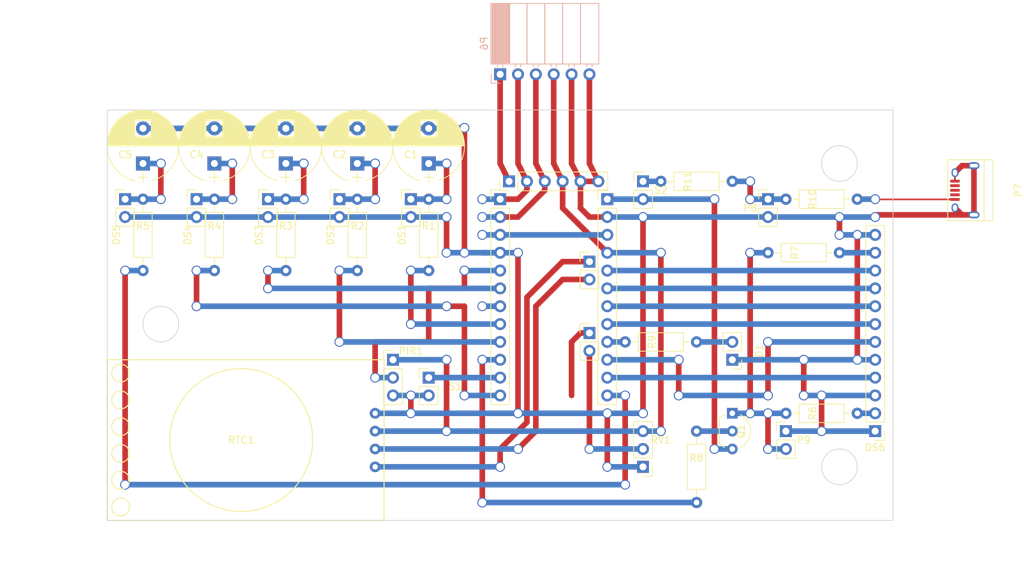
<source format=kicad_pcb>
(kicad_pcb (version 4) (host pcbnew 4.0.7)
  (title_block (title "Voltmeter Clock") (date 2017-03-29) (rev 3) (company "By Megasaturnv") (comment 1 "For Veroboard / Stripboard"))
  (layers (0 F.Cu signal) (31 B.Cu signal) (34 B.Paste user hide) (35 F.Paste user hide) (36 B.SilkS user) (37 F.SilkS user) (38 B.Mask user hide) (39 F.Mask user hide) (44 Edge.Cuts user))
  (net 0 "")
  (net 1 "/1(Tx)")
  (net 2 "/0(Rx)")
  (net 3 /Reset)
  (net 4 GND)
  (net 5 /2)
  (net 6 "/3(**)")
  (net 7 /4)
  (net 8 "/5(**)")
  (net 9 "/6(**)")
  (net 10 /7)
  (net 11 /8)
  (net 12 "/9(**)")
  (net 13 /DTR)
  (net 14 /A5)
  (net 15 /A4)
  (net 16 /RAW)
  (net 17 /A3)
  (net 18 /A2)
  (net 19 /A1)
  (net 20 /A0)
  (net 21 "/13(SCK)")
  (net 22 "/12(MISO)")
  (net 23 "/11(**/MOSI)")
  (net 24 "/10(**/SS)")
  (net 25 /A7)
  (net 26 /A6)
  (net 27 "Net-(C1-Pad1)")
  (net 28 "Net-(C2-Pad1)")
  (net 29 "Net-(C3-Pad1)")
  (net 30 "Net-(C4-Pad1)")
  (net 31 "Net-(C5-Pad1)")
  (net 32 "Net-(D1-Pad2)")
  (net 33 "Net-(DS6-Pad2)")
  (net 34 +3V3)
  (net 35 +5V)
  (net 36 "Net-(P7-Pad2)")
  (net 37 "Net-(P7-Pad3)")
  (net 38 "Net-(P7-Pad4)")
  (net 39 "Net-(Q1-Pad2)")
  (net 40 "Net-(DS6-Pad15)")
  (net 41 "Net-(P9-Pad2)")
  (net 42 /ONOFF_RAW)
  (net 43 "Net-(R11-Pad2)")
  (net 44 "Net-(PIR1-Pad2)")
  (net 45 "Net-(PIR1-Pad3)")
  (module Connectors:USB_Micro-B (layer F.Cu) (at 152.4 41.91 90)
    (fp_text reference P7 (at 0 7.62 90) (layer F.SilkS))
    (fp_text value USB_OTG)
    (pad 1 smd rect (at -1.3 -1.35 180) (size 1.35 0.4) (layers F.Cu F.Paste F.Mask) (net 35 +5V))
    (pad 2 smd rect (at -0.65 -1.35 180) (size 1.35 0.4) (layers F.Cu F.Paste F.Mask) (net 36 "Net-(P7-Pad2)"))
    (pad 3 smd rect (at 0 -1.35 180) (size 1.35 0.4) (layers F.Cu F.Paste F.Mask) (net 37 "Net-(P7-Pad3)"))
    (pad 4 smd rect (at 0.65 -1.35 180) (size 1.35 0.4) (layers F.Cu F.Paste F.Mask) (net 38 "Net-(P7-Pad4)"))
    (pad 5 smd rect (at 1.3 -1.35 180) (size 1.35 0.4) (layers F.Cu F.Paste F.Mask) (net 4 GND))
    (pad 6 thru_hole oval (at -2.5 -1.35 180) (size 0.95 1.25) (drill oval 0.55 0.85) (layers *.Cu *.Mask) (net 4 GND))
    (pad 6 thru_hole oval (at 2.5 -1.35 180) (size 0.95 1.25) (drill oval 0.55 0.85) (layers *.Cu *.Mask) (net 4 GND))
    (pad 6 thru_hole oval (at -3.5 1.35 180) (size 1.55 1) (drill oval 1.15 0.5) (layers *.Cu *.Mask) (net 4 GND))
    (pad 6 thru_hole oval (at 3.5 1.35 180) (size 1.55 1) (drill oval 1.15 0.5) (layers *.Cu *.Mask) (net 4 GND))
  )
  (module TO_SOT_Packages_THT:TO-92_Inline_Wide (layer F.Cu) (at 119.38 73.66 270)
    (fp_text reference Q1 (at 2.54 -1.27 450) (layer F.SilkS))
    (fp_text value Q_PNP_CBE)
    (pad 2 thru_hole circle (at 2.54 0) (size 1.52 1.52) (drill 0.8) (layers *.Cu *.Mask) (net 39 "Net-(Q1-Pad2)"))
    (pad 3 thru_hole circle (at 5.08 0) (size 1.52 1.52) (drill 0.8) (layers *.Cu *.Mask) (net 16 /RAW))
    (pad 1 thru_hole rect (at 0 0) (size 1.52 1.52) (drill 0.8) (layers *.Cu *.Mask) (net 41 "Net-(P9-Pad2)"))
  )
  (module Capacitors_THT:CP_Radial_D10.0mm_P5.00mm (layer F.Cu) (at 76.2 38.1 90)
    (fp_text reference C1 (at 1.27 -2.54 180) (layer F.SilkS))
    (fp_text value 47uF)
    (pad 1 thru_hole rect (at 0 0 90) (size 2 2) (drill 1) (layers *.Cu *.Mask) (net 27 "Net-(C1-Pad1)"))
    (pad 2 thru_hole circle (at 5 0 90) (size 2 2) (drill 1) (layers *.Cu *.Mask) (net 4 GND))
  )
  (module Capacitors_THT:CP_Radial_D10.0mm_P5.00mm (layer F.Cu) (at 66.04 38.1 90)
    (fp_text reference C2 (at 1.27 -2.54 180) (layer F.SilkS))
    (fp_text value 47uF)
    (pad 1 thru_hole rect (at 0 0 90) (size 2 2) (drill 1) (layers *.Cu *.Mask) (net 28 "Net-(C2-Pad1)"))
    (pad 2 thru_hole circle (at 5 0 90) (size 2 2) (drill 1) (layers *.Cu *.Mask) (net 4 GND))
  )
  (module Capacitors_THT:CP_Radial_D10.0mm_P5.00mm (layer F.Cu) (at 55.88 38.1 90)
    (fp_text reference C3 (at 1.27 -2.54 180) (layer F.SilkS))
    (fp_text value 47uF)
    (pad 1 thru_hole rect (at 0 0 90) (size 2 2) (drill 1) (layers *.Cu *.Mask) (net 29 "Net-(C3-Pad1)"))
    (pad 2 thru_hole circle (at 5 0 90) (size 2 2) (drill 1) (layers *.Cu *.Mask) (net 4 GND))
  )
  (module Capacitors_THT:CP_Radial_D10.0mm_P5.00mm (layer F.Cu) (at 45.72 38.1 90)
    (fp_text reference C4 (at 1.27 -2.54 180) (layer F.SilkS))
    (fp_text value 47uF)
    (pad 1 thru_hole rect (at 0 0 90) (size 2 2) (drill 1) (layers *.Cu *.Mask) (net 30 "Net-(C4-Pad1)"))
    (pad 2 thru_hole circle (at 5 0 90) (size 2 2) (drill 1) (layers *.Cu *.Mask) (net 4 GND))
  )
  (module Capacitors_THT:CP_Radial_D10.0mm_P5.00mm (layer F.Cu) (at 35.56 38.1 90)
    (fp_text reference C5 (at 1.27 -2.54 180) (layer F.SilkS))
    (fp_text value 47uF)
    (pad 1 thru_hole rect (at 0 0 90) (size 2 2) (drill 1) (layers *.Cu *.Mask) (net 31 "Net-(C5-Pad1)"))
    (pad 2 thru_hole circle (at 5 0 90) (size 2 2) (drill 1) (layers *.Cu *.Mask) (net 4 GND))
  )
  (module Pin_Headers:Pin_Header_Straight_1x02_Pitch2.54mm (layer F.Cu) (at 119.38 66.04 180)
    (fp_text reference D1 (at -3.81 1.27 270) (layer F.SilkS))
    (fp_text value LED)
    (pad 1 thru_hole rect (at 0 0 180) (size 1.7 1.7) (drill 1) (layers *.Cu *.Mask) (net 4 GND))
    (pad 2 thru_hole oval (at 0 2.54 180) (size 1.7 1.7) (drill 1) (layers *.Cu *.Mask) (net 32 "Net-(D1-Pad2)"))
  )
  (module Pin_Headers:Pin_Header_Straight_1x02_Pitch2.54mm (layer F.Cu) (at 73.66 43.18)
    (fp_text reference DS1 (at -1.27 5.08 90) (layer F.SilkS))
    (fp_text value VU_SECS)
    (pad 1 thru_hole rect (at 0 0) (size 1.7 1.7) (drill 1) (layers *.Cu *.Mask) (net 27 "Net-(C1-Pad1)"))
    (pad 2 thru_hole oval (at 0 2.54) (size 1.7 1.7) (drill 1) (layers *.Cu *.Mask) (net 4 GND))
  )
  (module Pin_Headers:Pin_Header_Straight_1x02_Pitch2.54mm (layer F.Cu) (at 63.5 43.18)
    (fp_text reference DS2 (at -1.27 5.08 90) (layer F.SilkS))
    (fp_text value VU_MINS)
    (pad 1 thru_hole rect (at 0 0) (size 1.7 1.7) (drill 1) (layers *.Cu *.Mask) (net 28 "Net-(C2-Pad1)"))
    (pad 2 thru_hole oval (at 0 2.54) (size 1.7 1.7) (drill 1) (layers *.Cu *.Mask) (net 4 GND))
  )
  (module Pin_Headers:Pin_Header_Straight_1x02_Pitch2.54mm (layer F.Cu) (at 53.34 43.18)
    (fp_text reference DS3 (at -1.27 5.08 90) (layer F.SilkS))
    (fp_text value VU_HOURS)
    (pad 1 thru_hole rect (at 0 0) (size 1.7 1.7) (drill 1) (layers *.Cu *.Mask) (net 29 "Net-(C3-Pad1)"))
    (pad 2 thru_hole oval (at 0 2.54) (size 1.7 1.7) (drill 1) (layers *.Cu *.Mask) (net 4 GND))
  )
  (module Pin_Headers:Pin_Header_Straight_1x02_Pitch2.54mm (layer F.Cu) (at 43.18 43.18)
    (fp_text reference DS4 (at -1.27 5.08 90) (layer F.SilkS))
    (fp_text value VU_DAY)
    (pad 1 thru_hole rect (at 0 0) (size 1.7 1.7) (drill 1) (layers *.Cu *.Mask) (net 30 "Net-(C4-Pad1)"))
    (pad 2 thru_hole oval (at 0 2.54) (size 1.7 1.7) (drill 1) (layers *.Cu *.Mask) (net 4 GND))
  )
  (module Pin_Headers:Pin_Header_Straight_1x02_Pitch2.54mm (layer F.Cu) (at 33.02 43.18)
    (fp_text reference DS5 (at -1.27 5.08 90) (layer F.SilkS))
    (fp_text value VU_MONTH)
    (pad 1 thru_hole rect (at 0 0) (size 1.7 1.7) (drill 1) (layers *.Cu *.Mask) (net 31 "Net-(C5-Pad1)"))
    (pad 2 thru_hole oval (at 0 2.54) (size 1.7 1.7) (drill 1) (layers *.Cu *.Mask) (net 4 GND))
  )
  (module Socket_Strips:Socket_Strip_Straight_1x12_Pitch2.54mm (layer F.Cu) (at 86.36 43.18)
    (fp_text reference P1 hide)
    (fp_text value Digital hide)
    (pad 1 thru_hole rect (at 0 0) (size 1.7 1.7) (drill 1) (layers *.Cu *.Mask) (net 1 "/1(Tx)"))
    (pad 2 thru_hole oval (at 0 2.54) (size 1.7 1.7) (drill 1) (layers *.Cu *.Mask) (net 2 "/0(Rx)"))
    (pad 3 thru_hole oval (at 0 5.08) (size 1.7 1.7) (drill 1) (layers *.Cu *.Mask) (net 3 /Reset))
    (pad 4 thru_hole oval (at 0 7.62) (size 1.7 1.7) (drill 1) (layers *.Cu *.Mask) (net 4 GND))
    (pad 5 thru_hole oval (at 0 10.16) (size 1.7 1.7) (drill 1) (layers *.Cu *.Mask) (net 5 /2))
    (pad 6 thru_hole oval (at 0 12.7) (size 1.7 1.7) (drill 1) (layers *.Cu *.Mask) (net 6 "/3(**)"))
    (pad 7 thru_hole oval (at 0 15.24) (size 1.7 1.7) (drill 1) (layers *.Cu *.Mask) (net 7 /4))
    (pad 8 thru_hole oval (at 0 17.78) (size 1.7 1.7) (drill 1) (layers *.Cu *.Mask) (net 8 "/5(**)"))
    (pad 9 thru_hole oval (at 0 20.32) (size 1.7 1.7) (drill 1) (layers *.Cu *.Mask) (net 9 "/6(**)"))
    (pad 10 thru_hole oval (at 0 22.86) (size 1.7 1.7) (drill 1) (layers *.Cu *.Mask) (net 10 /7))
    (pad 11 thru_hole oval (at 0 25.4) (size 1.7 1.7) (drill 1) (layers *.Cu *.Mask) (net 11 /8))
    (pad 12 thru_hole oval (at 0 27.94) (size 1.7 1.7) (drill 1) (layers *.Cu *.Mask) (net 12 "/9(**)"))
  )
  (module Pin_Headers:Pin_Header_Straight_1x06_Pitch2.54mm (layer F.Cu) (at 87.63 40.64 90)
    (fp_text reference P2 hide)
    (fp_text value COM hide)
    (pad 1 thru_hole rect (at 0 0 90) (size 1.7 1.7) (drill 1) (layers *.Cu *.Mask) (net 13 /DTR))
    (pad 2 thru_hole oval (at 0 2.54 90) (size 1.7 1.7) (drill 1) (layers *.Cu *.Mask) (net 1 "/1(Tx)"))
    (pad 3 thru_hole oval (at 0 5.08 90) (size 1.7 1.7) (drill 1) (layers *.Cu *.Mask) (net 2 "/0(Rx)"))
    (pad 4 thru_hole oval (at 0 7.62 90) (size 1.7 1.7) (drill 1) (layers *.Cu *.Mask) (net 34 +3V3))
    (pad 5 thru_hole oval (at 0 10.16 90) (size 1.7 1.7) (drill 1) (layers *.Cu *.Mask) (net 4 GND))
    (pad 6 thru_hole oval (at 0 12.7 90) (size 1.7 1.7) (drill 1) (layers *.Cu *.Mask) (net 4 GND))
  )
  (module Pin_Headers:Pin_Header_Straight_1x02_Pitch2.54mm (layer F.Cu) (at 99.06 52.07)
    (fp_text reference P3 hide)
    (fp_text value ADC hide)
    (pad 1 thru_hole rect (at 0 0) (size 1.7 1.7) (drill 1) (layers *.Cu *.Mask) (net 14 /A5))
    (pad 2 thru_hole oval (at 0 2.54) (size 1.7 1.7) (drill 1) (layers *.Cu *.Mask) (net 15 /A4))
  )
  (module Socket_Strips:Socket_Strip_Straight_1x12_Pitch2.54mm (layer F.Cu) (at 101.6 43.18)
    (fp_text reference P4 hide)
    (fp_text value Analog hide)
    (pad 1 thru_hole rect (at 0 0) (size 1.7 1.7) (drill 1) (layers *.Cu *.Mask) (net 16 /RAW))
    (pad 2 thru_hole oval (at 0 2.54) (size 1.7 1.7) (drill 1) (layers *.Cu *.Mask) (net 4 GND))
    (pad 3 thru_hole oval (at 0 5.08) (size 1.7 1.7) (drill 1) (layers *.Cu *.Mask) (net 3 /Reset))
    (pad 4 thru_hole oval (at 0 7.62) (size 1.7 1.7) (drill 1) (layers *.Cu *.Mask) (net 34 +3V3))
    (pad 5 thru_hole oval (at 0 10.16) (size 1.7 1.7) (drill 1) (layers *.Cu *.Mask) (net 17 /A3))
    (pad 6 thru_hole oval (at 0 12.7) (size 1.7 1.7) (drill 1) (layers *.Cu *.Mask) (net 18 /A2))
    (pad 7 thru_hole oval (at 0 15.24) (size 1.7 1.7) (drill 1) (layers *.Cu *.Mask) (net 19 /A1))
    (pad 8 thru_hole oval (at 0 17.78) (size 1.7 1.7) (drill 1) (layers *.Cu *.Mask) (net 20 /A0))
    (pad 9 thru_hole oval (at 0 20.32) (size 1.7 1.7) (drill 1) (layers *.Cu *.Mask) (net 21 "/13(SCK)"))
    (pad 10 thru_hole oval (at 0 22.86) (size 1.7 1.7) (drill 1) (layers *.Cu *.Mask) (net 22 "/12(MISO)"))
    (pad 11 thru_hole oval (at 0 25.4) (size 1.7 1.7) (drill 1) (layers *.Cu *.Mask) (net 23 "/11(**/MOSI)"))
    (pad 12 thru_hole oval (at 0 27.94) (size 1.7 1.7) (drill 1) (layers *.Cu *.Mask) (net 24 "/10(**/SS)"))
  )
  (module Pin_Headers:Pin_Header_Straight_1x02_Pitch2.54mm (layer F.Cu) (at 99.06 62.23)
    (fp_text reference P5 hide)
    (fp_text value ADC hide)
    (pad 1 thru_hole rect (at 0 0) (size 1.7 1.7) (drill 1) (layers *.Cu *.Mask) (net 25 /A7))
    (pad 2 thru_hole oval (at 0 2.54) (size 1.7 1.7) (drill 1) (layers *.Cu *.Mask) (net 26 /A6))
  )
  (module Socket_Strips:Socket_Strip_Angled_1x06_Pitch2.54mm (layer B.Cu) (at 86.36 25.4 270)
    (fp_text reference P6 (at -4.38 2.27 270) (layer B.SilkS) (effects (justify mirror)))
    (fp_text value Serial_Conn)
    (pad 1 thru_hole rect (at 0 0 270) (size 1.7 1.7) (drill 1) (layers *.Cu *.Mask) (net 13 /DTR))
    (pad 2 thru_hole oval (at 0 -2.54 270) (size 1.7 1.7) (drill 1) (layers *.Cu *.Mask) (net 1 "/1(Tx)"))
    (pad 3 thru_hole oval (at 0 -5.08 270) (size 1.7 1.7) (drill 1) (layers *.Cu *.Mask) (net 2 "/0(Rx)"))
    (pad 4 thru_hole oval (at 0 -7.62 270) (size 1.7 1.7) (drill 1) (layers *.Cu *.Mask) (net 34 +3V3))
    (pad 5 thru_hole oval (at 0 -10.16 270) (size 1.7 1.7) (drill 1) (layers *.Cu *.Mask) (net 4 GND))
    (pad 6 thru_hole oval (at 0 -12.7 270) (size 1.7 1.7) (drill 1) (layers *.Cu *.Mask) (net 4 GND))
  )
  (module Pin_Headers:Pin_Header_Straight_1x02_Pitch2.54mm (layer F.Cu) (at 124.46 43.18)
    (fp_text reference P8 (at -2.54 1.27) (layer F.SilkS))
    (fp_text value Battery_Conn)
    (pad 1 thru_hole rect (at 0 0) (size 1.7 1.7) (drill 1) (layers *.Cu *.Mask) (net 42 /ONOFF_RAW))
    (pad 2 thru_hole oval (at 0 2.54) (size 1.7 1.7) (drill 1) (layers *.Cu *.Mask) (net 4 GND))
  )
  (module Pin_Headers:Pin_Header_Straight_1x02_Pitch2.54mm (layer F.Cu) (at 127 76.2)
    (fp_text reference P9 (at 2.54 1.27) (layer F.SilkS))
    (fp_text value Backlight_Conn)
    (pad 1 thru_hole rect (at 0 0) (size 1.7 1.7) (drill 1) (layers *.Cu *.Mask) (net 4 GND))
    (pad 2 thru_hole oval (at 0 2.54) (size 1.7 1.7) (drill 1) (layers *.Cu *.Mask) (net 41 "Net-(P9-Pad2)"))
  )
  (module Pin_Headers:Pin_Header_Straight_1x03_Pitch2.54mm (layer F.Cu) (at 71.12 66.04)
    (fp_text reference PIR1 (at 2.54 -1.27 180) (layer F.SilkS))
    (fp_text value PIR_SENSOR)
    (pad 1 thru_hole rect (at 0 0) (size 1.7 1.7) (drill 1) (layers *.Cu *.Mask) (net 4 GND))
    (pad 2 thru_hole oval (at 0 2.54) (size 1.7 1.7) (drill 1) (layers *.Cu *.Mask) (net 44 "Net-(PIR1-Pad2)"))
    (pad 3 thru_hole oval (at 0 5.08) (size 1.7 1.7) (drill 1) (layers *.Cu *.Mask) (net 45 "Net-(PIR1-Pad3)"))
  )
  (module Resistors_THT:R_Axial_DIN0207_L6.3mm_D2.5mm_P10.16mm_Horizontal (layer F.Cu) (at 76.2 53.34 90)
    (fp_text reference R1 (at 6.35 0 180) (layer F.SilkS))
    (fp_text value 470R)
    (pad 1 thru_hole circle (at 0 0 90) (size 1.6 1.6) (drill 0.8) (layers *.Cu *.Mask) (net 8 "/5(**)"))
    (pad 2 thru_hole oval (at 10.16 0 90) (size 1.6 1.6) (drill 0.8) (layers *.Cu *.Mask) (net 27 "Net-(C1-Pad1)"))
  )
  (module Resistors_THT:R_Axial_DIN0207_L6.3mm_D2.5mm_P10.16mm_Horizontal (layer F.Cu) (at 66.04 53.34 90)
    (fp_text reference R2 (at 6.35 0 180) (layer F.SilkS))
    (fp_text value 470R)
    (pad 1 thru_hole circle (at 0 0 90) (size 1.6 1.6) (drill 0.8) (layers *.Cu *.Mask) (net 9 "/6(**)"))
    (pad 2 thru_hole oval (at 10.16 0 90) (size 1.6 1.6) (drill 0.8) (layers *.Cu *.Mask) (net 28 "Net-(C2-Pad1)"))
  )
  (module Resistors_THT:R_Axial_DIN0207_L6.3mm_D2.5mm_P10.16mm_Horizontal (layer F.Cu) (at 55.88 53.34 90)
    (fp_text reference R3 (at 6.35 0 180) (layer F.SilkS))
    (fp_text value 470R)
    (pad 1 thru_hole circle (at 0 0 90) (size 1.6 1.6) (drill 0.8) (layers *.Cu *.Mask) (net 6 "/3(**)"))
    (pad 2 thru_hole oval (at 10.16 0 90) (size 1.6 1.6) (drill 0.8) (layers *.Cu *.Mask) (net 29 "Net-(C3-Pad1)"))
  )
  (module Resistors_THT:R_Axial_DIN0207_L6.3mm_D2.5mm_P10.16mm_Horizontal (layer F.Cu) (at 45.72 53.34 90)
    (fp_text reference R4 (at 6.35 0 180) (layer F.SilkS))
    (fp_text value 470R)
    (pad 1 thru_hole circle (at 0 0 90) (size 1.6 1.6) (drill 0.8) (layers *.Cu *.Mask) (net 12 "/9(**)"))
    (pad 2 thru_hole oval (at 10.16 0 90) (size 1.6 1.6) (drill 0.8) (layers *.Cu *.Mask) (net 30 "Net-(C4-Pad1)"))
  )
  (module Resistors_THT:R_Axial_DIN0207_L6.3mm_D2.5mm_P10.16mm_Horizontal (layer F.Cu) (at 35.56 53.34 90)
    (fp_text reference R5 (at 6.35 0 180) (layer F.SilkS))
    (fp_text value 470R)
    (pad 1 thru_hole circle (at 0 0 90) (size 1.6 1.6) (drill 0.8) (layers *.Cu *.Mask) (net 24 "/10(**/SS)"))
    (pad 2 thru_hole oval (at 10.16 0 90) (size 1.6 1.6) (drill 0.8) (layers *.Cu *.Mask) (net 31 "Net-(C5-Pad1)"))
  )
  (module Resistors_THT:R_Axial_DIN0207_L6.3mm_D2.5mm_P10.16mm_Horizontal (layer F.Cu) (at 127 73.66)
    (fp_text reference R6 (at 3.81 0 90) (layer F.SilkS))
    (fp_text value 300R)
    (pad 1 thru_hole circle (at 0 0) (size 1.6 1.6) (drill 0.8) (layers *.Cu *.Mask) (net 41 "Net-(P9-Pad2)"))
    (pad 2 thru_hole oval (at 10.16 0) (size 1.6 1.6) (drill 0.8) (layers *.Cu *.Mask) (net 33 "Net-(DS6-Pad2)"))
  )
  (module Resistors_THT:R_Axial_DIN0207_L6.3mm_D2.5mm_P10.16mm_Horizontal (layer F.Cu) (at 124.46 50.8)
    (fp_text reference R7 (at 3.81 0 90) (layer F.SilkS))
    (fp_text value 1000R)
    (pad 1 thru_hole circle (at 0 0) (size 1.6 1.6) (drill 0.8) (layers *.Cu *.Mask) (net 41 "Net-(P9-Pad2)"))
    (pad 2 thru_hole oval (at 10.16 0) (size 1.6 1.6) (drill 0.8) (layers *.Cu *.Mask) (net 40 "Net-(DS6-Pad15)"))
  )
  (module Resistors_THT:R_Axial_DIN0207_L6.3mm_D2.5mm_P10.16mm_Horizontal (layer F.Cu) (at 114.3 86.36 90)
    (fp_text reference R8 (at 6.35 0 180) (layer F.SilkS))
    (fp_text value 10000R)
    (pad 1 thru_hole circle (at 0 0 90) (size 1.6 1.6) (drill 0.8) (layers *.Cu *.Mask) (net 10 /7))
    (pad 2 thru_hole oval (at 10.16 0 90) (size 1.6 1.6) (drill 0.8) (layers *.Cu *.Mask) (net 39 "Net-(Q1-Pad2)"))
  )
  (module Resistors_THT:R_Axial_DIN0207_L6.3mm_D2.5mm_P10.16mm_Horizontal (layer F.Cu) (at 114.3 63.5 180)
    (fp_text reference R9 (at 6.35 0 270) (layer F.SilkS))
    (fp_text value 1000R)
    (pad 1 thru_hole circle (at 0 0 180) (size 1.6 1.6) (drill 0.8) (layers *.Cu *.Mask) (net 32 "Net-(D1-Pad2)"))
    (pad 2 thru_hole oval (at 10.16 0 180) (size 1.6 1.6) (drill 0.8) (layers *.Cu *.Mask) (net 21 "/13(SCK)"))
  )
  (module Resistors_THT:R_Axial_DIN0207_L6.3mm_D2.5mm_P10.16mm_Horizontal (layer F.Cu) (at 137.16 43.18 180)
    (fp_text reference R10 (at 6.35 0 270) (layer F.SilkS))
    (fp_text value 56R)
    (pad 1 thru_hole circle (at 0 0 180) (size 1.6 1.6) (drill 0.8) (layers *.Cu *.Mask) (net 35 +5V))
    (pad 2 thru_hole oval (at 10.16 0 180) (size 1.6 1.6) (drill 0.8) (layers *.Cu *.Mask) (net 42 /ONOFF_RAW))
  )
  (module Pin_Headers:Pin_Header_Straight_1x03_Pitch2.54mm (layer F.Cu) (at 106.68 81.28 180)
    (fp_text reference RV1 (at -2.54 3.81 180) (layer F.SilkS))
    (fp_text value POT100kR)
    (pad 1 thru_hole rect (at 0 0 180) (size 1.7 1.7) (drill 1) (layers *.Cu *.Mask) (net 4 GND))
    (pad 2 thru_hole oval (at 0 2.54 180) (size 1.7 1.7) (drill 1) (layers *.Cu *.Mask) (net 26 /A6))
    (pad 3 thru_hole oval (at 0 5.08 180) (size 1.7 1.7) (drill 1) (layers *.Cu *.Mask) (net 34 +3V3))
  )
  (module Pin_Headers:Pin_Header_Straight_1x02_Pitch2.54mm (layer F.Cu) (at 76.2 68.58)
    (fp_text reference S1 (at 3.81 1.27) (layer F.SilkS))
    (fp_text value PUSH_BUTTON)
    (pad 1 thru_hole rect (at 0 0) (size 1.7 1.7) (drill 1) (layers *.Cu *.Mask) (net 11 /8))
    (pad 2 thru_hole oval (at 0 2.54) (size 1.7 1.7) (drill 1) (layers *.Cu *.Mask) (net 4 GND))
  )
  (module Pin_Headers:Pin_Header_Straight_1x02_Pitch2.54mm (layer F.Cu) (at 106.68 40.64)
    (fp_text reference S2 (at 2.54 1.27) (layer F.SilkS))
    (fp_text value ON/OFF_SWITCH)
    (pad 1 thru_hole rect (at 0 0) (size 1.7 1.7) (drill 1) (layers *.Cu *.Mask) (net 43 "Net-(R11-Pad2)"))
    (pad 2 thru_hole oval (at 0 2.54) (size 1.7 1.7) (drill 1) (layers *.Cu *.Mask) (net 16 /RAW))
  )
  (module Pin_Headers:Pin_Header_Straight_1x12_Pitch2.54mm (layer F.Cu) (at 139.7 76.2 180)
    (fp_text reference DS6 (at 0 -2.33 180) (layer F.SilkS))
    (fp_text value 2004_LCD_DISPLAY)
    (pad 1 thru_hole rect (at 0 0 180) (size 1.7 1.7) (drill 1) (layers *.Cu *.Mask) (net 4 GND))
    (pad 2 thru_hole oval (at 0 2.54 180) (size 1.7 1.7) (drill 1) (layers *.Cu *.Mask) (net 33 "Net-(DS6-Pad2)"))
    (pad 3 thru_hole oval (at 0 5.08 180) (size 1.7 1.7) (drill 1) (layers *.Cu *.Mask) (net 4 GND))
    (pad 4 thru_hole oval (at 0 7.62 180) (size 1.7 1.7) (drill 1) (layers *.Cu *.Mask) (net 23 "/11(**/MOSI)"))
    (pad 5 thru_hole oval (at 0 10.16 180) (size 1.7 1.7) (drill 1) (layers *.Cu *.Mask) (net 4 GND))
    (pad 6 thru_hole oval (at 0 12.7 180) (size 1.7 1.7) (drill 1) (layers *.Cu *.Mask) (net 22 "/12(MISO)"))
    (pad 11 thru_hole oval (at 0 15.24 180) (size 1.7 1.7) (drill 1) (layers *.Cu *.Mask) (net 20 /A0))
    (pad 12 thru_hole oval (at 0 17.78 180) (size 1.7 1.7) (drill 1) (layers *.Cu *.Mask) (net 19 /A1))
    (pad 13 thru_hole oval (at 0 20.32 180) (size 1.7 1.7) (drill 1) (layers *.Cu *.Mask) (net 18 /A2))
    (pad 14 thru_hole oval (at 0 22.86 180) (size 1.7 1.7) (drill 1) (layers *.Cu *.Mask) (net 17 /A3))
    (pad 15 thru_hole oval (at 0 25.4 180) (size 1.7 1.7) (drill 1) (layers *.Cu *.Mask) (net 40 "Net-(DS6-Pad15)"))
    (pad 16 thru_hole oval (at 0 27.94 180) (size 1.7 1.7) (drill 1) (layers *.Cu *.Mask) (net 4 GND))
  )
  (module VoltmeterDisplayFootprintLibrary:RTC_DS3231 (layer F.Cu) (at 30.48 66.04)
    (fp_text reference RTC1 (at 19.05 11.43) (layer F.SilkS))
    (fp_text value RTC_DS3231)
    (pad 1 thru_hole circle (at 38.1 7.62) (size 1.524 1.524) (drill 0.762) (layers *.Cu *.Mask) (net 4 GND))
    (pad 2 thru_hole circle (at 38.1 10.16) (size 1.524 1.524) (drill 0.762) (layers *.Cu *.Mask) (net 34 +3V3))
    (pad 3 thru_hole circle (at 38.1 12.7) (size 1.524 1.524) (drill 0.762) (layers *.Cu *.Mask) (net 15 /A4))
    (pad 4 thru_hole circle (at 38.1 15.24) (size 1.524 1.524) (drill 0.762) (layers *.Cu *.Mask) (net 14 /A5))
  )
  (module Resistors_THT:R_Axial_DIN0207_L6.3mm_D2.5mm_P10.16mm_Horizontal (layer F.Cu) (at 119.38 40.64 180)
    (fp_text reference R11 (at 6.35 0 270) (layer F.SilkS))
    (fp_text value 56R)
    (pad 1 thru_hole circle (at 0 0 180) (size 1.6 1.6) (drill 0.8) (layers *.Cu *.Mask) (net 42 /ONOFF_RAW))
    (pad 2 thru_hole oval (at 10.16 0 180) (size 1.6 1.6) (drill 0.8) (layers *.Cu *.Mask) (net 43 "Net-(R11-Pad2)"))
  )
  (gr_line (start 142.24 30.48) (end 30.48 30.48) (angle 90) (layer Edge.Cuts) (width 0.1))
  (gr_line (start 30.48 88.9) (end 142.24 88.9) (angle 90) (layer Edge.Cuts) (width 0.1))
  (gr_line (start 142.24 30.48) (end 142.24 88.9) (angle 90) (layer Edge.Cuts) (width 0.1))
  (gr_line (start 30.48 88.9) (end 30.48 30.48) (angle 90) (layer Edge.Cuts) (width 0.1))
  (gr_circle (center 134.62 81.28) (end 134.62 83.82) (layer Edge.Cuts) (width 0.1))
  (gr_circle (center 134.62 38.1) (end 134.62 35.56) (layer Edge.Cuts) (width 0.1))
  (gr_circle (center 38.1 60.96) (end 38.1 63.5) (layer Edge.Cuts) (width 0.1))
  (segment (start 90.17 40.64) (end 88.9 38.1) (width 0.8) (layer F.Cu) (net 1))
  (segment (start 88.9 38.1) (end 88.9 25.4) (width 0.8) (layer F.Cu) (net 1))
  (segment (start 90.17 40.64) (end 90.17 41.91) (width 0.8) (layer F.Cu) (net 1))
  (segment (start 86.36 43.18) (end 83.82 43.18) (width 0.8) (layer B.Cu) (net 1))
  (via (at 83.82 43.18) (size 1.4) (drill 1.1) (layers F.Cu B.Cu) (net 1))
  (segment (start 90.17 41.91) (end 88.9 43.18) (width 0.8) (layer F.Cu) (net 1))
  (segment (start 88.9 43.18) (end 86.36 43.18) (width 0.8) (layer F.Cu) (net 1))
  (segment (start 86.36 45.72) (end 83.82 45.72) (width 0.8) (layer B.Cu) (net 2))
  (via (at 83.82 45.72) (size 1.4) (drill 1.1) (layers F.Cu B.Cu) (net 2))
  (segment (start 92.71 40.64) (end 91.44 38.1) (width 0.8) (layer F.Cu) (net 2))
  (segment (start 91.44 38.1) (end 91.44 25.4) (width 0.8) (layer F.Cu) (net 2))
  (segment (start 92.71 40.64) (end 92.71 41.91) (width 0.8) (layer F.Cu) (net 2))
  (segment (start 92.71 41.91) (end 88.9 45.72) (width 0.8) (layer F.Cu) (net 2))
  (segment (start 88.9 45.72) (end 86.36 45.72) (width 0.8) (layer F.Cu) (net 2))
  (segment (start 101.6 48.26) (end 86.36 48.26) (width 0.8) (layer B.Cu) (net 3))
  (segment (start 86.36 48.26) (end 83.82 48.26) (width 0.8) (layer B.Cu) (net 3))
  (via (at 83.82 48.26) (size 1.4) (drill 1.1) (layers F.Cu B.Cu) (net 3))
  (segment (start 73.66 71.12) (end 76.2 71.12) (width 0.8) (layer B.Cu) (net 4))
  (via (at 73.66 73.66) (size 1.4) (drill 1.1) (layers F.Cu B.Cu) (net 4))
  (segment (start 73.66 71.12) (end 73.66 73.66) (width 0.8) (layer F.Cu) (net 4))
  (via (at 73.66 71.12) (size 1.4) (drill 1.1) (layers F.Cu B.Cu) (net 4))
  (segment (start 73.66 73.66) (end 68.58 73.66) (width 0.8) (layer B.Cu) (net 4))
  (segment (start 106.68 45.72) (end 124.46 45.72) (width 0.8) (layer B.Cu) (net 4))
  (segment (start 124.46 45.72) (end 134.62 45.72) (width 0.8) (layer B.Cu) (net 4))
  (segment (start 100.33 40.64) (end 99.06 38.1) (width 0.8) (layer F.Cu) (net 4))
  (segment (start 99.06 38.1) (end 99.06 25.4) (width 0.8) (layer F.Cu) (net 4))
  (segment (start 97.79 40.64) (end 96.52 38.1) (width 0.8) (layer F.Cu) (net 4))
  (segment (start 96.52 38.1) (end 96.52 25.4) (width 0.8) (layer F.Cu) (net 4))
  (segment (start 97.79 40.64) (end 100.33 40.64) (width 0.8) (layer F.Cu) (net 4))
  (segment (start 101.6 45.72) (end 99.06 45.72) (width 0.8) (layer F.Cu) (net 4))
  (segment (start 99.06 45.72) (end 97.79 44.45) (width 0.8) (layer F.Cu) (net 4))
  (segment (start 97.79 44.45) (end 97.79 40.64) (width 0.8) (layer F.Cu) (net 4))
  (segment (start 101.6 73.66) (end 88.9 73.66) (width 0.8) (layer B.Cu) (net 4))
  (segment (start 73.66 73.66) (end 88.9 73.66) (width 0.8) (layer B.Cu) (net 4))
  (segment (start 88.9 50.8) (end 86.36 50.8) (width 0.8) (layer B.Cu) (net 4))
  (via (at 88.9 73.66) (size 1.4) (drill 1.1) (layers F.Cu B.Cu) (net 4))
  (segment (start 88.9 73.66) (end 88.9 50.8) (width 0.8) (layer F.Cu) (net 4))
  (via (at 88.9 50.8) (size 1.4) (drill 1.1) (layers F.Cu B.Cu) (net 4))
  (segment (start 81.28 50.8) (end 86.36 50.8) (width 0.8) (layer B.Cu) (net 4))
  (segment (start 78.74 50.8) (end 81.28 50.8) (width 0.8) (layer B.Cu) (net 4))
  (segment (start 81.28 33.02) (end 76.2 33.1) (width 0.8) (layer B.Cu) (net 4))
  (via (at 81.28 50.8) (size 1.4) (drill 1.1) (layers F.Cu B.Cu) (net 4))
  (segment (start 81.28 33.02) (end 81.28 50.8) (width 0.8) (layer F.Cu) (net 4))
  (via (at 81.28 33.02) (size 1.4) (drill 1.1) (layers F.Cu B.Cu) (net 4))
  (segment (start 81.2 33.1) (end 81.28 33.02) (width 0.8) (layer B.Cu) (net 4))
  (segment (start 73.66 45.72) (end 78.74 45.72) (width 0.8) (layer B.Cu) (net 4))
  (segment (start 127 76.2) (end 132.08 76.2) (width 0.8) (layer B.Cu) (net 4))
  (segment (start 134.62 45.72) (end 139.7 45.72) (width 0.8) (layer B.Cu) (net 4))
  (segment (start 140.01 45.41) (end 152.05 45.41) (width 0.8) (layer F.Cu) (net 4))
  (segment (start 139.7 45.72) (end 140.01 45.41) (width 0.8) (layer F.Cu) (net 4))
  (via (at 139.7 45.72) (size 1.4) (drill 1.1) (layers F.Cu B.Cu) (net 4))
  (segment (start 151.05 39.41) (end 151.05 40.61) (width 0.25) (layer F.Cu) (net 4))
  (segment (start 153.75 45.41) (end 152.05 45.41) (width 0.8) (layer F.Cu) (net 4))
  (segment (start 152.05 45.41) (end 151.05 44.41) (width 0.8) (layer F.Cu) (net 4))
  (segment (start 153.75 38.41) (end 152.05 38.41) (width 0.8) (layer F.Cu) (net 4))
  (segment (start 152.05 38.41) (end 151.05 39.41) (width 0.8) (layer F.Cu) (net 4))
  (via (at 78.74 50.8) (size 1.4) (drill 1.1) (layers F.Cu B.Cu) (net 4))
  (via (at 78.74 45.72) (size 1.4) (drill 1.1) (layers F.Cu B.Cu) (net 4))
  (segment (start 78.74 45.72) (end 78.74 50.8) (width 0.8) (layer F.Cu) (net 4))
  (segment (start 153.75 45.41) (end 153.75 38.41) (width 0.8) (layer F.Cu) (net 4))
  (segment (start 76.2 33.1) (end 66.04 33.1) (width 0.8) (layer B.Cu) (net 4))
  (segment (start 63.5 45.72) (end 73.66 45.72) (width 0.8) (layer B.Cu) (net 4))
  (via (at 134.62 45.72) (size 1.4) (drill 1.1) (layers F.Cu B.Cu) (net 4))
  (segment (start 134.62 45.72) (end 134.62 48.26) (width 0.8) (layer F.Cu) (net 4))
  (segment (start 101.6 45.72) (end 104.14 45.72) (width 0.8) (layer B.Cu) (net 4))
  (segment (start 104.14 45.72) (end 106.68 45.72) (width 0.8) (layer B.Cu) (net 4))
  (via (at 106.68 45.72) (size 1.4) (drill 1.1) (layers F.Cu B.Cu) (net 4))
  (segment (start 106.68 45.72) (end 106.68 73.66) (width 0.8) (layer F.Cu) (net 4))
  (segment (start 106.68 73.66) (end 101.6 73.66) (width 0.8) (layer B.Cu) (net 4))
  (via (at 106.68 73.66) (size 1.4) (drill 1.1) (layers F.Cu B.Cu) (net 4))
  (segment (start 119.38 66.04) (end 129.54 66.04) (width 0.8) (layer B.Cu) (net 4))
  (segment (start 101.6 81.28) (end 106.68 81.28) (width 0.8) (layer B.Cu) (net 4))
  (via (at 101.6 73.66) (size 1.4) (drill 1.1) (layers F.Cu B.Cu) (net 4))
  (segment (start 101.6 73.66) (end 101.6 81.28) (width 0.8) (layer F.Cu) (net 4))
  (via (at 101.6 81.28) (size 1.4) (drill 1.1) (layers F.Cu B.Cu) (net 4))
  (segment (start 86.36 50.8) (end 83.82 50.8) (width 0.8) (layer B.Cu) (net 4))
  (segment (start 33.02 45.72) (end 43.18 45.72) (width 0.8) (layer B.Cu) (net 4))
  (segment (start 43.18 45.72) (end 53.34 45.72) (width 0.8) (layer B.Cu) (net 4))
  (segment (start 53.34 45.72) (end 63.5 45.72) (width 0.8) (layer B.Cu) (net 4))
  (segment (start 35.56 33.1) (end 45.72 33.1) (width 0.8) (layer B.Cu) (net 4))
  (segment (start 45.72 33.1) (end 55.88 33.1) (width 0.8) (layer B.Cu) (net 4))
  (segment (start 55.88 33.1) (end 66.04 33.1) (width 0.8) (layer B.Cu) (net 4))
  (segment (start 129.54 66.04) (end 137.16 66.04) (width 0.8) (layer B.Cu) (net 4))
  (via (at 129.54 66.04) (size 1.4) (drill 1.1) (layers F.Cu B.Cu) (net 4))
  (via (at 129.54 71.12) (size 1.4) (drill 1.1) (layers F.Cu B.Cu) (net 4))
  (segment (start 129.54 71.12) (end 129.54 66.04) (width 0.8) (layer F.Cu) (net 4))
  (via (at 132.08 71.12) (size 1.4) (drill 1.1) (layers F.Cu B.Cu) (net 4))
  (segment (start 132.08 71.12) (end 129.54 71.12) (width 0.8) (layer B.Cu) (net 4))
  (segment (start 134.62 48.26) (end 137.16 48.26) (width 0.8) (layer B.Cu) (net 4))
  (via (at 134.62 48.26) (size 1.4) (drill 1.1) (layers F.Cu B.Cu) (net 4))
  (via (at 137.16 48.26) (size 1.4) (drill 1.1) (layers F.Cu B.Cu) (net 4))
  (segment (start 139.7 76.2) (end 132.08 76.2) (width 0.8) (layer B.Cu) (net 4))
  (segment (start 132.08 76.2) (end 132.08 71.12) (width 0.8) (layer F.Cu) (net 4))
  (via (at 132.08 76.2) (size 1.4) (drill 1.1) (layers F.Cu B.Cu) (net 4))
  (segment (start 137.16 48.26) (end 139.7 48.26) (width 0.8) (layer B.Cu) (net 4))
  (segment (start 139.7 66.04) (end 137.16 66.04) (width 0.8) (layer B.Cu) (net 4))
  (via (at 137.16 66.04) (size 1.4) (drill 1.1) (layers F.Cu B.Cu) (net 4))
  (segment (start 137.16 66.04) (end 137.16 48.26) (width 0.8) (layer F.Cu) (net 4))
  (segment (start 132.08 71.12) (end 139.7 71.12) (width 0.8) (layer B.Cu) (net 4))
  (segment (start 71.12 66.04) (end 78.74 66.04) (width 0.8) (layer B.Cu) (net 4))
  (via (at 78.74 66.04) (size 1.4) (drill 1.1) (layers F.Cu B.Cu) (net 4))
  (segment (start 78.74 66.04) (end 78.74 76.2) (width 0.8) (layer F.Cu) (net 4))
  (via (at 78.74 76.2) (size 1.4) (drill 1.1) (layers F.Cu B.Cu) (net 4))
  (segment (start 86.36 53.34) (end 81.28 53.34) (width 0.8) (layer B.Cu) (net 5))
  (via (at 81.28 53.34) (size 1.4) (drill 1.1) (layers F.Cu B.Cu) (net 5))
  (segment (start 86.36 55.88) (end 53.34 55.88) (width 0.8) (layer B.Cu) (net 6))
  (segment (start 53.34 53.34) (end 55.88 53.34) (width 0.8) (layer B.Cu) (net 6))
  (via (at 53.34 53.34) (size 1.4) (drill 1.1) (layers F.Cu B.Cu) (net 6))
  (segment (start 53.34 55.88) (end 53.34 53.34) (width 0.8) (layer F.Cu) (net 6))
  (via (at 53.34 55.88) (size 1.4) (drill 1.1) (layers F.Cu B.Cu) (net 6))
  (segment (start 86.36 58.42) (end 83.82 58.42) (width 0.8) (layer B.Cu) (net 7))
  (via (at 83.82 58.42) (size 1.4) (drill 1.1) (layers F.Cu B.Cu) (net 7))
  (segment (start 86.36 60.96) (end 73.66 60.96) (width 0.8) (layer B.Cu) (net 8))
  (via (at 73.66 60.96) (size 1.4) (drill 1.1) (layers F.Cu B.Cu) (net 8))
  (segment (start 73.66 60.96) (end 73.66 53.34) (width 0.8) (layer F.Cu) (net 8))
  (via (at 73.66 53.34) (size 1.4) (drill 1.1) (layers F.Cu B.Cu) (net 8))
  (segment (start 73.66 53.34) (end 76.2 53.34) (width 0.8) (layer B.Cu) (net 8))
  (segment (start 66.04 53.34) (end 63.5 53.34) (width 0.8) (layer B.Cu) (net 9))
  (segment (start 63.5 63.5) (end 86.36 63.5) (width 0.8) (layer B.Cu) (net 9))
  (via (at 63.5 63.5) (size 1.4) (drill 1.1) (layers F.Cu B.Cu) (net 9))
  (segment (start 63.5 53.34) (end 63.5 63.5) (width 0.8) (layer F.Cu) (net 9))
  (via (at 63.5 53.34) (size 1.4) (drill 1.1) (layers F.Cu B.Cu) (net 9))
  (segment (start 114.3 86.36) (end 83.82 86.36) (width 0.8) (layer B.Cu) (net 10))
  (via (at 83.82 86.36) (size 1.4) (drill 1.1) (layers F.Cu B.Cu) (net 10))
  (segment (start 83.82 86.36) (end 83.82 66.04) (width 0.8) (layer F.Cu) (net 10))
  (via (at 83.82 66.04) (size 1.4) (drill 1.1) (layers F.Cu B.Cu) (net 10))
  (segment (start 83.82 66.04) (end 86.36 66.04) (width 0.8) (layer B.Cu) (net 10))
  (segment (start 76.2 68.58) (end 86.36 68.58) (width 0.8) (layer B.Cu) (net 11))
  (segment (start 81.28 71.12) (end 81.28 58.42) (width 0.8) (layer F.Cu) (net 12))
  (segment (start 81.28 58.42) (end 78.74 58.42) (width 0.8) (layer F.Cu) (net 12))
  (segment (start 81.28 71.12) (end 86.36 71.12) (width 0.8) (layer B.Cu) (net 12))
  (via (at 81.28 71.12) (size 1.4) (drill 1.1) (layers F.Cu B.Cu) (net 12))
  (via (at 78.74 58.42) (size 1.4) (drill 1.1) (layers F.Cu B.Cu) (net 12))
  (segment (start 78.74 58.42) (end 43.18 58.42) (width 0.8) (layer B.Cu) (net 12))
  (via (at 43.18 58.42) (size 1.4) (drill 1.1) (layers F.Cu B.Cu) (net 12))
  (segment (start 43.18 58.42) (end 43.18 53.34) (width 0.8) (layer F.Cu) (net 12))
  (via (at 43.18 53.34) (size 1.4) (drill 1.1) (layers F.Cu B.Cu) (net 12))
  (segment (start 45.72 53.34) (end 43.18 53.34) (width 0.8) (layer B.Cu) (net 12))
  (segment (start 87.63 40.64) (end 86.36 38.1) (width 0.8) (layer F.Cu) (net 13))
  (segment (start 86.36 38.1) (end 86.36 25.4) (width 0.8) (layer F.Cu) (net 13))
  (segment (start 68.58 81.28) (end 86.36 81.28) (width 0.8) (layer B.Cu) (net 14))
  (segment (start 90.17 74.93) (end 86.36 78.74) (width 0.8) (layer F.Cu) (net 14))
  (via (at 86.36 81.28) (size 1.4) (drill 1.1) (layers F.Cu B.Cu) (net 14))
  (segment (start 95.25 52.07) (end 90.17 57.15) (width 0.8) (layer F.Cu) (net 14))
  (segment (start 95.25 52.07) (end 99.06 52.07) (width 0.8) (layer F.Cu) (net 14))
  (segment (start 90.17 57.15) (end 90.17 74.93) (width 0.8) (layer F.Cu) (net 14))
  (segment (start 86.36 78.74) (end 86.36 81.28) (width 0.8) (layer F.Cu) (net 14))
  (segment (start 91.44 58.42) (end 91.44 76.2) (width 0.8) (layer F.Cu) (net 15))
  (segment (start 99.06 54.61) (end 95.25 54.61) (width 0.8) (layer F.Cu) (net 15))
  (segment (start 95.25 54.61) (end 91.44 58.42) (width 0.8) (layer F.Cu) (net 15))
  (via (at 88.9 78.74) (size 1.4) (drill 1.1) (layers F.Cu B.Cu) (net 15))
  (segment (start 88.9 78.74) (end 68.58 78.74) (width 0.8) (layer B.Cu) (net 15))
  (segment (start 91.44 76.2) (end 88.9 78.74) (width 0.8) (layer F.Cu) (net 15))
  (segment (start 119.38 78.74) (end 116.84 78.74) (width 0.8) (layer B.Cu) (net 16))
  (segment (start 116.84 43.18) (end 106.68 43.18) (width 0.8) (layer B.Cu) (net 16))
  (via (at 116.84 43.18) (size 1.4) (drill 1.1) (layers F.Cu B.Cu) (net 16))
  (segment (start 116.84 78.74) (end 116.84 43.18) (width 0.8) (layer F.Cu) (net 16))
  (via (at 116.84 78.74) (size 1.4) (drill 1.1) (layers F.Cu B.Cu) (net 16))
  (segment (start 101.6 43.18) (end 106.68 43.18) (width 0.8) (layer B.Cu) (net 16))
  (segment (start 101.6 53.34) (end 139.7 53.34) (width 0.8) (layer B.Cu) (net 17))
  (segment (start 139.7 55.88) (end 101.6 55.88) (width 0.8) (layer B.Cu) (net 18))
  (segment (start 101.6 58.42) (end 139.7 58.42) (width 0.8) (layer B.Cu) (net 19))
  (segment (start 101.6 60.96) (end 139.7 60.96) (width 0.8) (layer B.Cu) (net 20))
  (segment (start 101.6 63.5) (end 104.14 63.5) (width 0.8) (layer B.Cu) (net 21))
  (via (at 124.46 71.12) (size 1.4) (drill 1.1) (layers F.Cu B.Cu) (net 22))
  (segment (start 124.46 71.12) (end 124.46 63.5) (width 0.8) (layer F.Cu) (net 22))
  (via (at 124.46 63.5) (size 1.4) (drill 1.1) (layers F.Cu B.Cu) (net 22))
  (segment (start 124.46 63.5) (end 139.7 63.5) (width 0.8) (layer B.Cu) (net 22))
  (segment (start 111.76 71.12) (end 124.46 71.12) (width 0.8) (layer B.Cu) (net 22))
  (segment (start 101.6 66.04) (end 111.76 66.04) (width 0.8) (layer B.Cu) (net 22))
  (via (at 111.76 71.12) (size 1.4) (drill 1.1) (layers F.Cu B.Cu) (net 22))
  (segment (start 111.76 66.04) (end 111.76 71.12) (width 0.8) (layer F.Cu) (net 22))
  (via (at 111.76 66.04) (size 1.4) (drill 1.1) (layers F.Cu B.Cu) (net 22))
  (segment (start 101.6 68.58) (end 139.7 68.58) (width 0.8) (layer B.Cu) (net 23))
  (segment (start 101.6 71.12) (end 104.14 71.12) (width 0.8) (layer B.Cu) (net 24))
  (segment (start 33.02 53.34) (end 35.56 53.34) (width 0.8) (layer B.Cu) (net 24))
  (via (at 33.02 53.34) (size 1.4) (drill 1.1) (layers F.Cu B.Cu) (net 24))
  (segment (start 33.02 83.82) (end 33.02 53.34) (width 0.8) (layer F.Cu) (net 24))
  (via (at 33.02 83.82) (size 1.4) (drill 1.1) (layers F.Cu B.Cu) (net 24))
  (segment (start 104.14 83.82) (end 33.02 83.82) (width 0.8) (layer B.Cu) (net 24))
  (via (at 104.14 83.82) (size 1.4) (drill 1.1) (layers F.Cu B.Cu) (net 24))
  (segment (start 104.14 71.12) (end 104.14 83.82) (width 0.8) (layer F.Cu) (net 24))
  (via (at 104.14 71.12) (size 1.4) (drill 1.1) (layers F.Cu B.Cu) (net 24))
  (segment (start 96.52 63.5) (end 96.52 71.12) (width 0.8) (layer F.Cu) (net 25))
  (segment (start 97.79 62.23) (end 96.52 63.5) (width 0.8) (layer F.Cu) (net 25))
  (segment (start 99.06 62.23) (end 97.79 62.23) (width 0.8) (layer F.Cu) (net 25))
  (segment (start 99.06 64.77) (end 99.06 78.74) (width 0.8) (layer F.Cu) (net 26))
  (via (at 99.06 78.74) (size 1.4) (drill 1.1) (layers F.Cu B.Cu) (net 26))
  (segment (start 99.06 78.74) (end 106.68 78.74) (width 0.8) (layer B.Cu) (net 26))
  (segment (start 73.66 43.18) (end 76.2 43.18) (width 0.8) (layer B.Cu) (net 27))
  (via (at 78.74 43.18) (size 1.4) (drill 1.1) (layers F.Cu B.Cu) (net 27))
  (segment (start 78.74 43.18) (end 78.74 38.1) (width 0.8) (layer F.Cu) (net 27))
  (via (at 78.74 38.1) (size 1.4) (drill 1.1) (layers F.Cu B.Cu) (net 27))
  (segment (start 76.2 43.18) (end 78.74 43.18) (width 0.8) (layer B.Cu) (net 27))
  (segment (start 78.74 38.1) (end 76.2 38.1) (width 0.8) (layer B.Cu) (net 27))
  (via (at 68.58 43.18) (size 1.4) (drill 1.1) (layers F.Cu B.Cu) (net 28))
  (segment (start 68.58 43.18) (end 68.58 38.1) (width 0.8) (layer F.Cu) (net 28))
  (via (at 68.58 38.1) (size 1.4) (drill 1.1) (layers F.Cu B.Cu) (net 28))
  (segment (start 63.5 43.18) (end 66.04 43.18) (width 0.8) (layer B.Cu) (net 28))
  (segment (start 66.04 43.18) (end 68.58 43.18) (width 0.8) (layer B.Cu) (net 28))
  (segment (start 68.58 38.1) (end 66.04 38.1) (width 0.8) (layer B.Cu) (net 28))
  (segment (start 58.42 43.18) (end 58.42 38.1) (width 0.8) (layer F.Cu) (net 29))
  (via (at 58.42 43.18) (size 1.4) (drill 1.1) (layers F.Cu B.Cu) (net 29))
  (via (at 58.42 38.1) (size 1.4) (drill 1.1) (layers F.Cu B.Cu) (net 29))
  (segment (start 53.34 43.18) (end 55.88 43.18) (width 0.8) (layer B.Cu) (net 29))
  (segment (start 55.88 43.18) (end 58.42 43.18) (width 0.8) (layer B.Cu) (net 29))
  (segment (start 58.42 38.1) (end 55.88 38.1) (width 0.8) (layer B.Cu) (net 29))
  (segment (start 43.18 43.18) (end 45.72 43.18) (width 0.8) (layer B.Cu) (net 30))
  (segment (start 45.72 43.18) (end 48.26 43.18) (width 0.8) (layer B.Cu) (net 30))
  (segment (start 48.26 38.1) (end 45.72 38.1) (width 0.8) (layer B.Cu) (net 30))
  (via (at 48.26 38.1) (size 1.4) (drill 1.1) (layers F.Cu B.Cu) (net 30))
  (segment (start 48.26 43.18) (end 48.26 38.1) (width 0.8) (layer F.Cu) (net 30))
  (via (at 48.26 43.18) (size 1.4) (drill 1.1) (layers F.Cu B.Cu) (net 30))
  (segment (start 33.02 43.18) (end 35.56 43.18) (width 0.8) (layer B.Cu) (net 31))
  (segment (start 35.56 43.18) (end 38.1 43.18) (width 0.8) (layer B.Cu) (net 31))
  (via (at 38.1 43.18) (size 1.4) (drill 1.1) (layers F.Cu B.Cu) (net 31))
  (segment (start 38.1 43.18) (end 38.1 38.1) (width 0.8) (layer F.Cu) (net 31))
  (via (at 38.1 38.1) (size 1.4) (drill 1.1) (layers F.Cu B.Cu) (net 31))
  (segment (start 38.1 38.1) (end 35.56 38.1) (width 0.8) (layer B.Cu) (net 31))
  (segment (start 114.3 63.5) (end 119.38 63.5) (width 0.8) (layer B.Cu) (net 32))
  (segment (start 139.7 73.66) (end 137.16 73.66) (width 0.8) (layer B.Cu) (net 33))
  (segment (start 95.25 40.64) (end 93.98 38.1) (width 0.8) (layer F.Cu) (net 34))
  (segment (start 93.98 38.1) (end 93.98 25.4) (width 0.8) (layer F.Cu) (net 34))
  (segment (start 101.6 50.8) (end 95.25 44.45) (width 0.8) (layer F.Cu) (net 34))
  (segment (start 95.25 44.45) (end 95.25 40.64) (width 0.8) (layer F.Cu) (net 34))
  (segment (start 101.6 50.8) (end 109.22 50.8) (width 0.8) (layer B.Cu) (net 34))
  (via (at 109.22 50.8) (size 1.4) (drill 1.1) (layers F.Cu B.Cu) (net 34))
  (segment (start 109.22 50.8) (end 109.22 76.2) (width 0.8) (layer F.Cu) (net 34))
  (via (at 109.22 76.2) (size 1.4) (drill 1.1) (layers F.Cu B.Cu) (net 34))
  (segment (start 109.22 76.2) (end 106.68 76.2) (width 0.8) (layer B.Cu) (net 34))
  (segment (start 68.58 76.2) (end 78.74 76.2) (width 0.8) (layer B.Cu) (net 34))
  (segment (start 78.74 76.2) (end 106.68 76.2) (width 0.8) (layer B.Cu) (net 34))
  (segment (start 137.16 43.18) (end 139.7 43.18) (width 0.8) (layer B.Cu) (net 35))
  (segment (start 139.73 43.21) (end 151.05 43.21) (width 0.25) (layer F.Cu) (net 35))
  (segment (start 139.7 43.18) (end 139.73 43.21) (width 0.8) (layer F.Cu) (net 35))
  (via (at 139.7 43.18) (size 1.4) (drill 1.1) (layers F.Cu B.Cu) (net 35))
  (segment (start 119.38 76.2) (end 114.3 76.2) (width 0.8) (layer B.Cu) (net 39))
  (segment (start 134.62 50.8) (end 139.7 50.8) (width 0.8) (layer B.Cu) (net 40))
  (segment (start 127 78.74) (end 124.46 78.74) (width 0.8) (layer B.Cu) (net 41))
  (via (at 124.46 78.74) (size 1.4) (drill 1.1) (layers F.Cu B.Cu) (net 41))
  (segment (start 124.46 78.74) (end 124.46 73.66) (width 0.8) (layer F.Cu) (net 41))
  (via (at 124.46 73.66) (size 1.4) (drill 1.1) (layers F.Cu B.Cu) (net 41))
  (segment (start 121.92 73.66) (end 119.38 73.66) (width 0.8) (layer B.Cu) (net 41))
  (segment (start 124.46 50.8) (end 121.92 50.8) (width 0.8) (layer B.Cu) (net 41))
  (via (at 121.92 50.8) (size 1.4) (drill 1.1) (layers F.Cu B.Cu) (net 41))
  (segment (start 121.92 50.8) (end 121.92 73.66) (width 0.8) (layer F.Cu) (net 41))
  (via (at 121.92 73.66) (size 1.4) (drill 1.1) (layers F.Cu B.Cu) (net 41))
  (segment (start 121.92 73.66) (end 124.46 73.66) (width 0.8) (layer B.Cu) (net 41))
  (segment (start 124.46 73.66) (end 127 73.66) (width 0.8) (layer B.Cu) (net 41))
  (segment (start 119.38 40.64) (end 121.92 40.64) (width 0.8) (layer B.Cu) (net 42))
  (segment (start 121.92 43.18) (end 124.46 43.18) (width 0.8) (layer B.Cu) (net 42))
  (via (at 121.92 43.18) (size 1.4) (drill 1.1) (layers F.Cu B.Cu) (net 42))
  (segment (start 121.92 40.64) (end 121.92 43.18) (width 0.8) (layer F.Cu) (net 42))
  (via (at 121.92 40.64) (size 1.4) (drill 1.1) (layers F.Cu B.Cu) (net 42))
  (segment (start 124.46 43.18) (end 127 43.18) (width 0.8) (layer B.Cu) (net 42))
  (segment (start 106.68 40.64) (end 109.22 40.64) (width 0.8) (layer B.Cu) (net 43))
  (segment (start 68.58 68.58) (end 71.12 68.58) (width 0.8) (layer B.Cu) (net 44))
  (via (at 68.58 68.58) (size 1.4) (drill 1.1) (layers F.Cu B.Cu) (net 44))
  (segment (start 68.58 63.5) (end 68.58 68.58) (width 0.8) (layer F.Cu) (net 44))
  (segment (start 76.2 63.5) (end 68.58 63.5) (width 0.8) (layer F.Cu) (net 44))
  (segment (start 76.2 55.88) (end 76.2 63.5) (width 0.8) (layer F.Cu) (net 44))
  (segment (start 81.28 55.88) (end 76.2 55.88) (width 0.8) (layer F.Cu) (net 44))
  (segment (start 81.28 53.34) (end 81.28 55.88) (width 0.8) (layer F.Cu) (net 44))
  (segment (start 71.12 71.12) (end 73.66 71.12) (width 0.8) (layer B.Cu) (net 45))
)
</source>
